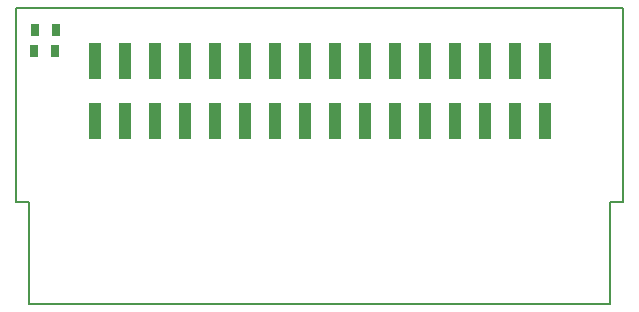
<source format=gbr>
G04 #@! TF.GenerationSoftware,KiCad,Pcbnew,5.1.6-c6e7f7d~86~ubuntu20.04.1*
G04 #@! TF.CreationDate,2020-05-17T16:02:51+03:00*
G04 #@! TF.ProjectId,GB-BRK-M-XS,47422d42-524b-42d4-9d2d-58532e6b6963,v1.0*
G04 #@! TF.SameCoordinates,Original*
G04 #@! TF.FileFunction,Paste,Top*
G04 #@! TF.FilePolarity,Positive*
%FSLAX46Y46*%
G04 Gerber Fmt 4.6, Leading zero omitted, Abs format (unit mm)*
G04 Created by KiCad (PCBNEW 5.1.6-c6e7f7d~86~ubuntu20.04.1) date 2020-05-17 16:02:51*
%MOMM*%
%LPD*%
G01*
G04 APERTURE LIST*
G04 #@! TA.AperFunction,Profile*
%ADD10C,0.150000*%
G04 #@! TD*
%ADD11R,0.670000X1.000000*%
%ADD12R,1.000000X3.150000*%
G04 APERTURE END LIST*
D10*
X74300000Y-75000000D02*
X125700000Y-75000000D01*
X74300000Y-91400000D02*
X74300000Y-75000000D01*
X75400000Y-91400000D02*
X74300000Y-91400000D01*
X75400000Y-100000000D02*
X75400000Y-91400000D01*
X125700000Y-91400000D02*
X125700000Y-75000000D01*
X124600000Y-91400000D02*
X125700000Y-91400000D01*
X124600000Y-100000000D02*
X124600000Y-91400000D01*
X75400000Y-100000000D02*
X124600000Y-100000000D01*
D11*
X77675000Y-76800000D03*
X75925000Y-76800000D03*
D12*
X80950000Y-84525000D03*
X80950000Y-79475000D03*
X83490000Y-84525000D03*
X83490000Y-79475000D03*
X86030000Y-84525000D03*
X86030000Y-79475000D03*
X88570000Y-84525000D03*
X88570000Y-79475000D03*
X91110000Y-84525000D03*
X91110000Y-79475000D03*
X93650000Y-84525000D03*
X93650000Y-79475000D03*
X96190000Y-84525000D03*
X96190000Y-79475000D03*
X98730000Y-84525000D03*
X98730000Y-79475000D03*
X101270000Y-84525000D03*
X101270000Y-79475000D03*
X103810000Y-84525000D03*
X103810000Y-79475000D03*
X106350000Y-84525000D03*
X106350000Y-79475000D03*
X108890000Y-84525000D03*
X108890000Y-79475000D03*
X111430000Y-84525000D03*
X111430000Y-79475000D03*
X113970000Y-84525000D03*
X113970000Y-79475000D03*
X116510000Y-84525000D03*
X116510000Y-79475000D03*
X119050000Y-84525000D03*
X119050000Y-79475000D03*
D11*
X77575000Y-78600000D03*
X75825000Y-78600000D03*
M02*

</source>
